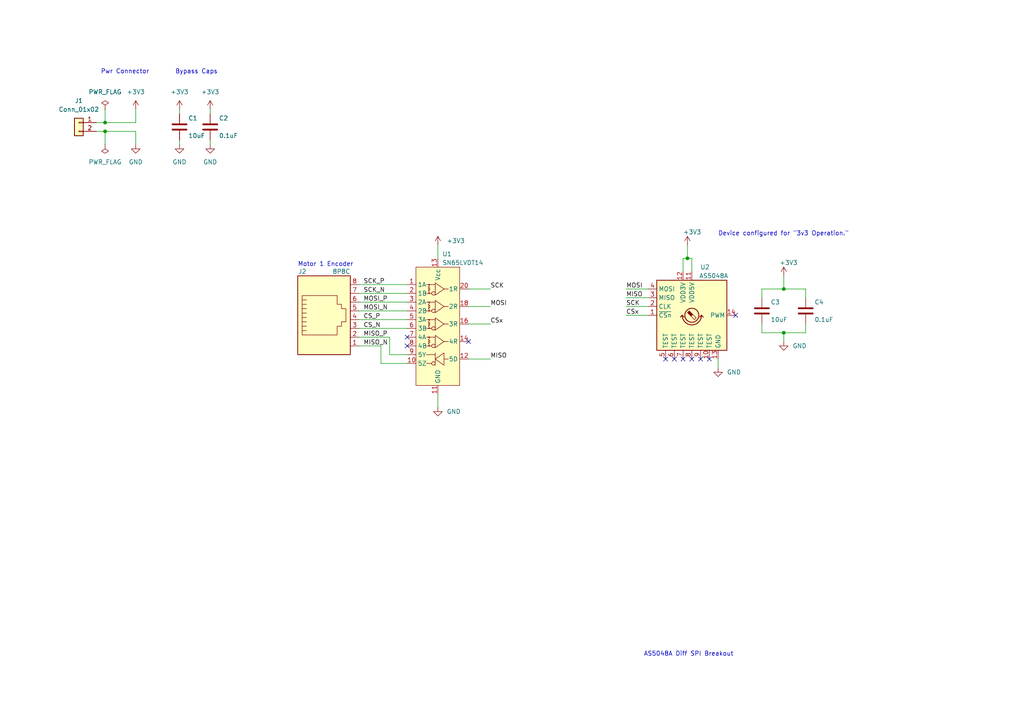
<source format=kicad_sch>
(kicad_sch (version 20211123) (generator eeschema)
  (paper "A4")
  (lib_symbols
    (symbol "Connector:8P8C" (pin_names (offset 1.016))
      (property "Reference" "J" (at -5.08 13.97 0))
      (property "Value" "8P8C" (at 2.54 13.97 0))
      (symbol "8P8C_0_1"
        (polyline (pts (xy -5.08 4.445) (xy -6.35 4.445)))
        (polyline (pts (xy -5.08 5.715) (xy -6.35 5.715)))
        (polyline (pts (xy -6.35 -3.175) (xy -5.08 -3.175) (xy -5.08 -3.175)))
        (polyline (pts (xy -6.35 -1.905) (xy -5.08 -1.905) (xy -5.08 -1.905)))
        (polyline (pts (xy -6.35 -0.635) (xy -5.08 -0.635) (xy -5.08 -0.635)))
        (polyline (pts (xy -6.35 0.635) (xy -5.08 0.635) (xy -5.08 0.635)))
        (polyline (pts (xy -6.35 1.905) (xy -5.08 1.905) (xy -5.08 1.905)))
        (polyline (pts (xy -5.08 3.175) (xy -6.35 3.175) (xy -6.35 3.175)))
        (polyline (pts (xy -6.35 -4.445) (xy -6.35 6.985) (xy 3.81 6.985) (xy 3.81 4.445) (xy 5.08 4.445) (xy 5.08 3.175) (xy 6.35 3.175) (xy 6.35 -0.635) (xy 5.08 -0.635) (xy 5.08 -1.905) (xy 3.81 -1.905) (xy 3.81 -4.445) (xy -6.35 -4.445) (xy -6.35 -4.445)))
        (rectangle (start 7.62 12.7) (end -7.62 -10.16) (stroke (width 0.254)) (fill (type background)))
      )
      (symbol "8P8C_1_1"
        (pin passive line (at 10.16 -7.62 180) (length 2.54) (name "~") (number "1"))
        (pin passive line (at 10.16 -5.08 180) (length 2.54) (name "~") (number "2"))
        (pin passive line (at 10.16 -2.54 180) (length 2.54) (name "~") (number "3"))
        (pin passive line (at 10.16 0 180) (length 2.54) (name "~") (number "4"))
        (pin passive line (at 10.16 2.54 180) (length 2.54) (name "~") (number "5"))
        (pin passive line (at 10.16 5.08 180) (length 2.54) (name "~") (number "6"))
        (pin passive line (at 10.16 7.62 180) (length 2.54) (name "~") (number "7"))
        (pin passive line (at 10.16 10.16 180) (length 2.54) (name "~") (number "8"))
      )
    )
    (symbol "Connector_Generic:Conn_01x02" (pin_names (offset 1.016) hide)
      (property "Reference" "J" (at 0 2.54 0))
      (property "Value" "Conn_01x02" (at 0 -5.08 0))
      (symbol "Conn_01x02_1_1"
        (rectangle (start -1.27 -2.413) (end 0 -2.667) (stroke (width 0.1524)))
        (rectangle (start -1.27 0.127) (end 0 -0.127) (stroke (width 0.1524)))
        (rectangle (start -1.27 1.27) (end 1.27 -3.81) (stroke (width 0.254)) (fill (type background)))
        (pin passive line (at -5.08 0 0) (length 3.81) (name "Pin_1") (number "1"))
        (pin passive line (at -5.08 -2.54 0) (length 3.81) (name "Pin_2") (number "2"))
      )
    )
    (symbol "Device:C" (pin_numbers hide) (pin_names (offset 0.254))
      (property "Reference" "C" (at 0.635 2.54 0))
      (property "Value" "C" (at 0.635 -2.54 0))
      (symbol "C_0_1"
        (polyline (pts (xy -2.032 -0.762) (xy 2.032 -0.762)) (stroke (width 0.508)))
        (polyline (pts (xy -2.032 0.762) (xy 2.032 0.762)) (stroke (width 0.508)))
      )
      (symbol "C_1_1"
        (pin passive line (at 0 3.81 270) (length 2.794) (name "~") (number "1"))
        (pin passive line (at 0 -3.81 90) (length 2.794) (name "~") (number "2"))
      )
    )
    (symbol "Sensor_Magnetic:AS5048A"
      (property "Reference" "U" (at -10.16 11.43 0))
      (property "Value" "AS5048A" (at 10.16 11.43 0))
      (symbol "AS5048A_0_1"
        (rectangle (start -10.16 10.16) (end 10.16 -10.16) (stroke (width 0.254)) (fill (type background)))
        (arc (start -2.794 0) (mid 0 -2.794) (end 2.794 0) (stroke (width 0.254)))
        (polyline (pts (xy -2.794 0) (xy -3.302 -0.508)) (stroke (width 0.254)))
        (polyline (pts (xy -2.794 0) (xy -2.286 -0.508)) (stroke (width 0.254)))
        (polyline (pts (xy 2.794 0) (xy 2.286 -0.508)) (stroke (width 0.254)))
        (polyline (pts (xy 2.794 0) (xy 3.302 -0.508)) (stroke (width 0.254)))
      )
      (symbol "AS5048A_1_1"
        (polyline (pts (xy 0.254 0.254) (xy 1.27 -0.762) (xy 0.762 -1.27) (xy -0.254 -0.254)))
        (polyline (pts (xy -0.762 1.27) (xy 0.254 0.254) (xy -0.254 -0.254) (xy -1.27 0.762) (xy -1.016 1.016) (xy -0.762 1.27) (xy -0.635 1.143)) (fill (type outline)))
        (circle (center 0 0) (radius 2.032) (stroke (width 0.254)))
        (pin input line (at -12.7 0 0) (length 2.54) (name "~{CSn}") (number "1"))
        (pin passive line (at 5.08 -12.7 90) (length 2.54) (name "TEST") (number "10"))
        (pin power_in line (at 0 12.7 270) (length 2.54) (name "VDD5V") (number "11"))
        (pin power_in line (at -2.54 12.7 270) (length 2.54) (name "VDD3V") (number "12"))
        (pin power_in line (at 7.62 -12.7 90) (length 2.54) (name "GND") (number "13"))
        (pin output line (at 12.7 0 180) (length 2.54) (name "PWM") (number "14"))
        (pin input line (at -12.7 2.54 0) (length 2.54) (name "CLK") (number "2"))
        (pin output line (at -12.7 5.08 0) (length 2.54) (name "MISO") (number "3"))
        (pin input line (at -12.7 7.62 0) (length 2.54) (name "MOSI") (number "4"))
        (pin passive line (at -7.62 -12.7 90) (length 2.54) (name "TEST") (number "5"))
        (pin passive line (at -5.08 -12.7 90) (length 2.54) (name "TEST") (number "6"))
        (pin passive line (at -2.54 -12.7 90) (length 2.54) (name "TEST") (number "7"))
        (pin passive line (at 0 -12.7 90) (length 2.54) (name "TEST") (number "8"))
        (pin passive line (at 2.54 -12.7 90) (length 2.54) (name "TEST") (number "9"))
      )
    )
    (symbol "machine_agency_components_lib:SN65LVDT14"
      (property "Reference" "U" (at 2.54 20.32 0))
      (property "Value" "SN65LVDT14" (at 7.62 17.78 0))
      (symbol "SN65LVDT14_0_1"
        (rectangle (start -6.35 16.51) (end 6.35 -17.78) (fill (type background)))
        (circle (center -2.54 -6.35) (radius 0.127))
        (circle (center -2.54 -3.81) (radius 0.127))
        (circle (center -2.54 -1.27) (radius 0.127))
        (circle (center -2.54 1.27) (radius 0.127))
        (circle (center -2.54 3.81) (radius 0.127))
        (circle (center -2.54 6.35) (radius 0.127))
        (circle (center -2.54 8.89) (radius 0.127))
        (circle (center -2.54 11.43) (radius 0.127))
        (circle (center -1.27 -11.43) (radius 0.508))
        (circle (center -1.27 -6.35) (radius 0.508))
        (circle (center -1.27 -1.27) (radius 0.508))
        (circle (center -1.27 3.81) (radius 0.508))
        (circle (center -1.27 8.89) (radius 0.508))
        (polyline (pts (xy -1.778 -11.43) (xy -3.302 -11.43)))
        (polyline (pts (xy -1.778 -6.35) (xy -3.302 -6.35)))
        (polyline (pts (xy -1.778 -1.27) (xy -3.302 -1.27)))
        (polyline (pts (xy -1.778 3.81) (xy -3.302 3.81)))
        (polyline (pts (xy -1.778 8.89) (xy -3.302 8.89)))
        (polyline (pts (xy -0.762 -8.89) (xy -3.302 -8.89)))
        (polyline (pts (xy -0.762 -8.382) (xy -0.762 -11.938)))
        (polyline (pts (xy -0.762 -3.81) (xy -3.302 -3.81)))
        (polyline (pts (xy -0.762 1.27) (xy -3.302 1.27)))
        (polyline (pts (xy -0.762 6.35) (xy -3.302 6.35)))
        (polyline (pts (xy -0.762 11.43) (xy -3.302 11.43)))
        (polyline (pts (xy 1.778 -10.16) (xy 3.048 -10.16)))
        (polyline (pts (xy 1.778 -5.08) (xy 3.048 -5.08)))
        (polyline (pts (xy 1.778 0) (xy 3.048 0)))
        (polyline (pts (xy 1.778 5.08) (xy 3.048 5.08)))
        (polyline (pts (xy 1.778 10.16) (xy 3.048 10.16)))
        (polyline (pts (xy -0.762 -3.302) (xy -0.762 -6.858) (xy 1.778 -5.08) (xy -0.762 -3.302)) (fill (type background)))
        (polyline (pts (xy -0.762 1.778) (xy -0.762 -1.778) (xy 1.778 0) (xy -0.762 1.778)) (fill (type background)))
        (polyline (pts (xy -0.762 6.858) (xy -0.762 3.302) (xy 1.778 5.08) (xy -0.762 6.858)) (fill (type background)))
        (polyline (pts (xy -0.762 11.938) (xy -0.762 8.382) (xy 1.778 10.16) (xy -0.762 11.938)) (fill (type background)))
        (polyline (pts (xy 1.778 -11.938) (xy 1.778 -8.382) (xy -0.762 -10.16) (xy 1.778 -11.938)) (fill (type background)))
        (polyline (pts (xy -2.54 -3.81) (xy -2.54 -4.318) (xy -2.794 -4.572) (xy -2.286 -4.826) (xy -2.794 -5.08) (xy -2.286 -5.334) (xy -2.794 -5.588) (xy -2.54 -5.842) (xy -2.54 -6.35)))
        (polyline (pts (xy -2.54 1.27) (xy -2.54 0.762) (xy -2.794 0.508) (xy -2.286 0.254) (xy -2.794 0) (xy -2.286 -0.254) (xy -2.794 -0.508) (xy -2.54 -0.762) (xy -2.54 -1.27)))
        (polyline (pts (xy -2.54 6.35) (xy -2.54 5.842) (xy -2.794 5.588) (xy -2.286 5.334) (xy -2.794 5.08) (xy -2.286 4.826) (xy -2.794 4.572) (xy -2.54 4.318) (xy -2.54 3.81)))
        (polyline (pts (xy -2.54 11.43) (xy -2.54 10.922) (xy -2.794 10.668) (xy -2.286 10.414) (xy -2.794 10.16) (xy -2.286 9.906) (xy -2.794 9.652) (xy -2.54 9.398) (xy -2.54 8.89)))
      )
      (symbol "SN65LVDT14_1_1"
        (pin input line (at -8.89 11.43 0) (length 2.54) (name "1A") (number "1"))
        (pin output line (at -8.89 -11.43 0) (length 2.54) (name "5Z") (number "10"))
        (pin power_in line (at 0 -20.32 90) (length 2.54) (name "GND") (number "11"))
        (pin input line (at 8.89 -10.16 180) (length 2.54) (name "5D") (number "12"))
        (pin power_in line (at 0 19.05 270) (length 2.54) (name "Vcc") (number "13"))
        (pin output line (at 8.89 -5.08 180) (length 2.54) (name "4R") (number "14"))
        (pin power_in line (at 0 -20.32 90) (length 2.54) hide (name "GND") (number "15"))
        (pin output line (at 8.89 0 180) (length 2.54) (name "3R") (number "16"))
        (pin power_in line (at 0 19.05 270) (length 2.54) hide (name "Vcc") (number "17"))
        (pin output line (at 8.89 5.08 180) (length 2.54) (name "2R") (number "18"))
        (pin power_in line (at 0 -20.32 90) (length 2.54) hide (name "GND") (number "19"))
        (pin input line (at -8.89 8.89 0) (length 2.54) (name "1B") (number "2"))
        (pin output line (at 8.89 10.16 180) (length 2.54) (name "1R") (number "20"))
        (pin input line (at -8.89 6.35 0) (length 2.54) (name "2A") (number "3"))
        (pin input line (at -8.89 3.81 0) (length 2.54) (name "2B") (number "4"))
        (pin input line (at -8.89 1.27 0) (length 2.54) (name "3A") (number "5"))
        (pin input line (at -8.89 -1.27 0) (length 2.54) (name "3B") (number "6"))
        (pin input line (at -8.89 -3.81 0) (length 2.54) (name "4A") (number "7"))
        (pin input line (at -8.89 -6.35 0) (length 2.54) (name "4B") (number "8"))
        (pin output line (at -8.89 -8.89 0) (length 2.54) (name "5Y") (number "9"))
      )
    )
    (symbol "power:+3.3V" (power) (pin_names (offset 0))
      (property "Value" "+3.3V" (at 0 3.556 0))
      (symbol "+3.3V_0_1"
        (polyline (pts (xy -0.762 1.27) (xy 0 2.54)))
        (polyline (pts (xy 0 0) (xy 0 2.54)))
        (polyline (pts (xy 0 2.54) (xy 0.762 1.27)))
      )
      (symbol "+3.3V_1_1"
        (pin power_in line (at 0 0 90) (length 0) hide (name "+3V3") (number "1"))
      )
    )
    (symbol "power:GND" (power) (pin_names (offset 0))
      (property "Value" "GND" (at 0 -3.81 0))
      (symbol "GND_0_1"
        (polyline (pts (xy 0 0) (xy 0 -1.27) (xy 1.27 -1.27) (xy 0 -2.54) (xy -1.27 -1.27) (xy 0 -1.27)))
      )
      (symbol "GND_1_1"
        (pin power_in line (at 0 0 270) (length 0) hide (name "GND") (number "1"))
      )
    )
    (symbol "power:PWR_FLAG" (power) (pin_numbers hide) (pin_names (offset 0) hide)
      (property "Value" "PWR_FLAG" (at 0 3.81 0))
      (symbol "PWR_FLAG_0_0"
        (pin power_out line (at 0 0 90) (length 0) (name "pwr") (number "1"))
      )
      (symbol "PWR_FLAG_0_1"
        (polyline (pts (xy 0 0) (xy 0 1.27) (xy -1.016 1.905) (xy 0 2.54) (xy 1.016 1.905) (xy 0 1.27)))
      )
    )
  )
  (junction (at 227.33 83.82))
  (junction (at 30.48 38.1))
  (junction (at 227.33 96.52))
  (junction (at 30.48 35.56))
  (junction (at 199.39 74.93))
  (no_connect (at 135.89 99.06))
  (no_connect (at 205.74 104.14))
  (no_connect (at 203.2 104.14))
  (no_connect (at 200.66 104.14))
  (no_connect (at 198.12 104.14))
  (no_connect (at 195.58 104.14))
  (no_connect (at 193.04 104.14))
  (no_connect (at 213.36 91.44))
  (no_connect (at 118.11 97.79))
  (no_connect (at 118.11 100.33))
  (wire (pts (xy 181.61 88.9) (xy 187.96 88.9)))
  (wire (pts (xy 104.14 85.09) (xy 118.11 85.09)))
  (wire (pts (xy 110.49 100.33) (xy 104.14 100.33)))
  (wire (pts (xy 39.37 38.1) (xy 39.37 41.91)))
  (wire (pts (xy 110.49 100.33) (xy 110.49 105.41)))
  (wire (pts (xy 110.49 105.41) (xy 118.11 105.41)))
  (wire (pts (xy 104.14 87.63) (xy 118.11 87.63)))
  (wire (pts (xy 39.37 35.56) (xy 39.37 31.75)))
  (wire (pts (xy 52.07 31.75) (xy 52.07 33.02)))
  (wire (pts (xy 181.61 83.82) (xy 187.96 83.82)))
  (wire (pts (xy 135.89 104.14) (xy 142.24 104.14)))
  (wire (pts (xy 200.66 78.74) (xy 200.66 74.93)))
  (wire (pts (xy 227.33 96.52) (xy 233.68 96.52)))
  (wire (pts (xy 198.12 74.93) (xy 198.12 78.74)))
  (wire (pts (xy 220.98 83.82) (xy 220.98 86.36)))
  (wire (pts (xy 200.66 74.93) (xy 199.39 74.93)))
  (wire (pts (xy 233.68 83.82) (xy 233.68 86.36)))
  (wire (pts (xy 233.68 93.98) (xy 233.68 96.52)))
  (wire (pts (xy 30.48 38.1) (xy 30.48 41.91)))
  (wire (pts (xy 127 114.3) (xy 127 118.11)))
  (wire (pts (xy 60.96 31.75) (xy 60.96 33.02)))
  (wire (pts (xy 60.96 40.64) (xy 60.96 41.91)))
  (wire (pts (xy 30.48 38.1) (xy 39.37 38.1)))
  (wire (pts (xy 227.33 96.52) (xy 220.98 96.52)))
  (wire (pts (xy 227.33 80.01) (xy 227.33 83.82)))
  (wire (pts (xy 220.98 96.52) (xy 220.98 93.98)))
  (wire (pts (xy 227.33 83.82) (xy 233.68 83.82)))
  (wire (pts (xy 220.98 83.82) (xy 227.33 83.82)))
  (wire (pts (xy 30.48 31.75) (xy 30.48 35.56)))
  (wire (pts (xy 113.03 97.79) (xy 113.03 102.87)))
  (wire (pts (xy 181.61 91.44) (xy 187.96 91.44)))
  (wire (pts (xy 104.14 92.71) (xy 118.11 92.71)))
  (wire (pts (xy 135.89 88.9) (xy 142.24 88.9)))
  (wire (pts (xy 30.48 35.56) (xy 39.37 35.56)))
  (wire (pts (xy 227.33 96.52) (xy 227.33 99.06)))
  (wire (pts (xy 104.14 95.25) (xy 118.11 95.25)))
  (wire (pts (xy 104.14 97.79) (xy 113.03 97.79)))
  (wire (pts (xy 104.14 90.17) (xy 118.11 90.17)))
  (wire (pts (xy 27.94 38.1) (xy 30.48 38.1)))
  (wire (pts (xy 135.89 93.98) (xy 142.24 93.98)))
  (wire (pts (xy 104.14 82.55) (xy 118.11 82.55)))
  (wire (pts (xy 118.11 102.87) (xy 113.03 102.87)))
  (wire (pts (xy 52.07 40.64) (xy 52.07 41.91)))
  (wire (pts (xy 208.28 104.14) (xy 208.28 106.68)))
  (wire (pts (xy 27.94 35.56) (xy 30.48 35.56)))
  (wire (pts (xy 127 71.12) (xy 127 74.93)))
  (wire (pts (xy 199.39 74.93) (xy 198.12 74.93)))
  (wire (pts (xy 135.89 83.82) (xy 142.24 83.82)))
  (wire (pts (xy 181.61 86.36) (xy 187.96 86.36)))
  (wire (pts (xy 199.39 71.12) (xy 199.39 74.93)))
  (text "AS5048A Diff SPI Breakout" (at 186.69 190.5 0) (effects (font (size 1.27 1.27)) (justify left bottom)))
  (text "Pwr Connector" (at 29.21 21.59 0) (effects (font (size 1.27 1.27)) (justify left bottom)))
  (text "Motor 1 Encoder" (at 86.36 77.47 0) (effects (font (size 1.27 1.27)) (justify left bottom)))
  (text "Bypass Caps" (at 50.8 21.59 0) (effects (font (size 1.27 1.27)) (justify left bottom)))
  (text "Device configured for \"3v3 Operation.\"" (at 208.28 68.58 0) (effects (font (size 1.27 1.27)) (justify left bottom)))
  (label "SCK" (at 142.24 83.82 0))
  (label "MISO_P" (at 105.41 97.79 0))
  (label "SCK" (at 181.61 88.9 0))
  (label "CSx" (at 142.24 93.98 0))
  (label "MISO_N" (at 105.41 100.33 0))
  (label "MISO" (at 181.61 86.36 0))
  (label "CSx" (at 181.61 91.44 0))
  (label "MOSI" (at 142.24 88.9 0))
  (label "SCK_N" (at 105.41 85.09 0))
  (label "MISO" (at 142.24 104.14 0))
  (label "CS_P" (at 105.41 92.71 0))
  (label "CS_N" (at 105.41 95.25 0))
  (label "MOSI_N" (at 105.41 90.17 0))
  (label "MOSI" (at 181.61 83.82 0))
  (label "SCK_P" (at 105.41 82.55 0))
  (label "MOSI_P" (at 105.41 87.63 0))
  (symbol (lib_id "Device:C") (at 52.07 36.83 0) (unit 1)
    (property "Reference" "C1" (at 54.61 34.29 0) (effects (justify left)))
    (property "Value" "10uF" (at 54.61 39.37 0) (effects (justify left)))
    (property "Footprint" "Capacitor_SMD:C_0603_1608Metric_Pad1.05x0.95mm_HandSolder" (effects hide))
    (property "Manufacturer Number" "GRM188R61E106KA73D‎" (effects hide))
  )
  (symbol (lib_id "Device:C") (at 60.96 36.83 0) (unit 1)
    (property "Reference" "C2" (at 63.5 34.29 0) (effects (justify left)))
    (property "Value" "0.1uF" (at 63.5 39.37 0) (effects (justify left)))
    (property "Footprint" "Capacitor_SMD:C_0603_1608Metric_Pad1.05x0.95mm_HandSolder" (effects hide))
    (property "Manufacturer Number" "GCJ188R71H104KA12D" (effects hide))
  )
  (symbol (lib_id "power:+3.3V") (at 227.33 80.01 0) (unit 1)
    (property "Reference" "#PWR011" (effects hide))
    (property "Value" "+3.3V" (at 226.06 76.2 0) (effects (justify left)))
  )
  (symbol (lib_id "power:GND") (at 39.37 41.91 0) (unit 1)
    (property "Reference" "#PWR02" (effects hide))
    (property "Value" "GND" (at 39.37 46.99 0))
  )
  (symbol (lib_id "power:GND") (at 127 118.11 0) (unit 1)
    (property "Reference" "#PWR08" (effects hide))
    (property "Value" "GND" (at 129.54 119.3799 0) (effects (justify left)))
  )
  (symbol (lib_id "power:GND") (at 208.28 106.68 0) (unit 1)
    (property "Reference" "#PWR010" (effects hide))
    (property "Value" "GND" (at 210.82 107.9499 0) (effects (justify left)))
  )
  (symbol (lib_id "power:+3.3V") (at 60.96 31.75 0) (unit 1)
    (property "Reference" "#PWR05" (effects hide))
    (property "Value" "+3.3V" (at 60.96 26.67 0))
  )
  (symbol (lib_id "power:+3.3V") (at 39.37 31.75 0) (unit 1)
    (property "Reference" "#PWR01" (effects hide))
    (property "Value" "+3.3V" (at 39.37 26.67 0))
  )
  (symbol (lib_id "Sensor_Magnetic:AS5048A") (at 200.66 91.44 0) (unit 1)
    (property "Reference" "U2" (at 204.47 77.47 0))
    (property "Value" "AS5048A" (at 207.01 80.01 0))
    (property "Footprint" "Package_SO:TSSOP-14_4.4x5mm_P0.65mm" (effects hide))
    (property "Datasheet" "https://ams.com/documents/20143/36005/AS5048_DS000298_4-00.pdf" (effects hide))
    (property "Manufacturer Number" "AS5048A-HTSP-500" (effects hide))
  )
  (symbol (lib_id "power:+3.3V") (at 52.07 31.75 0) (unit 1)
    (property "Reference" "#PWR03" (effects hide))
    (property "Value" "+3.3V" (at 52.07 26.67 0))
  )
  (symbol (lib_id "power:PWR_FLAG") (at 30.48 31.75 0) (unit 1)
    (property "Reference" "#FLG0101" (effects hide))
    (property "Value" "PWR_FLAG" (at 30.48 26.67 0))
  )
  (symbol (lib_id "Device:C") (at 233.68 90.17 0) (unit 1)
    (property "Reference" "C4" (at 236.22 87.63 0) (effects (justify left)))
    (property "Value" "0.1uF" (at 236.22 92.71 0) (effects (justify left)))
    (property "Footprint" "Capacitor_SMD:C_0603_1608Metric_Pad1.05x0.95mm_HandSolder" (effects hide))
    (property "Manufacturer Number" "GCJ188R71H104KA12D" (effects hide))
  )
  (symbol (lib_id "power:GND") (at 60.96 41.91 0) (unit 1)
    (property "Reference" "#PWR06" (effects hide))
    (property "Value" "GND" (at 60.96 46.99 0))
  )
  (symbol (lib_id "machine_agency_components_lib:SN65LVDT14") (at 127 93.98 0) (unit 1)
    (property "Reference" "U1" (at 128.27 73.66 0) (effects (justify left)))
    (property "Value" "SN65LVDT14" (at 128.27 76.2 0) (effects (justify left)))
    (property "Footprint" "Package_SO:TSSOP-20_4.4x6.5mm_P0.65mm" (effects hide))
    (property "Datasheet" "https://www.ti.com/lit/ds/symlink/sn65lvdt41-ep.pdf" (effects hide))
    (property "Manufacturer Number" "SN65LVDT14QPWREP" (effects hide))
  )
  (symbol (lib_id "power:PWR_FLAG") (at 30.48 41.91 180) (unit 1)
    (property "Reference" "#FLG0102" (effects hide))
    (property "Value" "PWR_FLAG" (at 30.48 46.99 0))
  )
  (symbol (lib_id "power:GND") (at 227.33 99.06 0) (unit 1)
    (property "Reference" "#PWR012" (effects hide))
    (property "Value" "GND" (at 229.87 100.3299 0) (effects (justify left)))
  )
  (symbol (lib_id "power:+3.3V") (at 127 71.12 0) (unit 1)
    (property "Reference" "#PWR07" (effects hide))
    (property "Value" "+3.3V" (at 129.54 69.8499 0) (effects (justify left)))
  )
  (symbol (lib_id "power:GND") (at 52.07 41.91 0) (unit 1)
    (property "Reference" "#PWR04" (effects hide))
    (property "Value" "GND" (at 52.07 46.99 0))
  )
  (symbol (lib_id "power:+3.3V") (at 199.39 71.12 0) (unit 1)
    (property "Reference" "#PWR09" (effects hide))
    (property "Value" "+3.3V" (at 198.12 67.31 0) (effects (justify left)))
  )
  (symbol (lib_id "Device:C") (at 220.98 90.17 0) (unit 1)
    (property "Reference" "C3" (at 223.52 87.63 0) (effects (justify left)))
    (property "Value" "10uF" (at 223.52 92.71 0) (effects (justify left)))
    (property "Footprint" "Capacitor_SMD:C_0603_1608Metric_Pad1.05x0.95mm_HandSolder" (effects hide))
    (property "Manufacturer Number" "GRM188R61E106KA73D‎" (effects hide))
  )
  (symbol (lib_id "Connector:8P8C") (at 93.98 92.71 0) (unit 1)
    (property "Reference" "J2" (at 88.9 78.74 0) (effects (justify right)))
    (property "Value" "8P8C" (at 101.6 78.74 0) (effects (justify right)))
    (property "Footprint" "kicad_component_library:RJ45_Amphenol_SMD_RJSSE-5080-01T" (effects hide))
    (property "Datasheet" "https://www.farnell.com/cad/3205582.pdf" (effects hide))
    (property "Manufacturer Number" "RJSSE508001T" (effects hide))
  )
  (symbol (lib_id "Connector_Generic:Conn_01x02") (at 22.86 35.56 0) (mirror y) (unit 1)
    (property "Reference" "J1" (at 22.86 29.21 0))
    (property "Value" "Conn_01x02" (at 22.86 31.75 0))
    (property "Footprint" "kicad_component_library:Molex_Micro-Fit_3.0_43650-0212_1x02_P3.00mm" (effects hide))
    (property "Manufacturer Number" "0436500212" (effects hide))
  )
)
</source>
